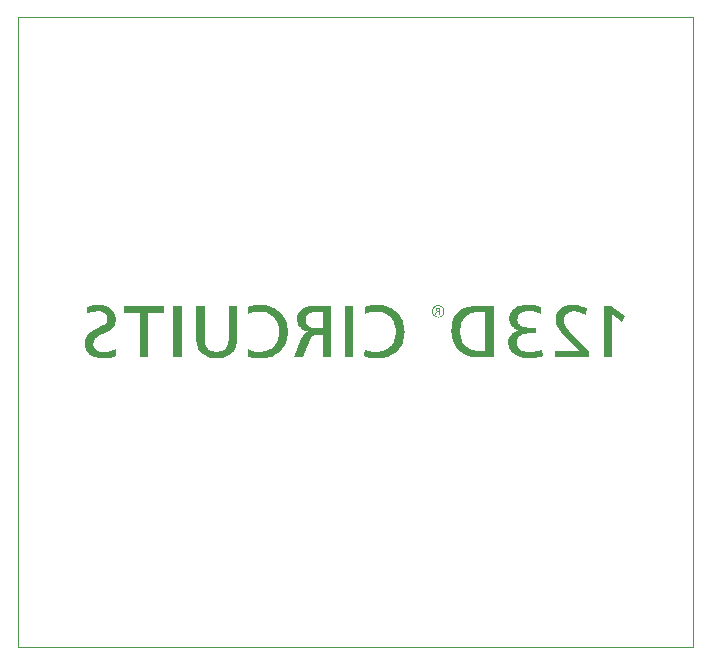
<source format=gbo>
G75*
G71*
%OFA0B0*%
%FSLAX23Y23*%
%IPPOS*%
%LPD*%
%ADD10C,0.1*%
%LPD*%D10*
X0Y0D02*
X0Y100D01*
X0Y200D01*
X0Y300D01*
X0Y400D01*
X0Y499D01*
X0Y599D01*
X0Y699D01*
X0Y799D01*
X0Y899D01*
X0Y999D01*
X0Y1099D01*
X0Y1199D01*
X0Y1299D01*
X0Y1398D01*
X0Y1498D01*
X0Y1598D01*
X0Y1698D01*
X0Y1798D01*
X0Y1898D01*
X0Y1998D01*
X0Y2098D01*
X0Y2198D01*
X0Y2297D01*
X0Y2397D01*
X0Y2497D01*
X0Y2597D01*
X0Y2697D01*
X0Y2797D01*
X0Y2897D01*
X0Y2997D01*
X0Y3097D01*
X0Y3196D01*
X0Y3296D01*
X0Y3396D01*
X0Y3496D01*
X0Y3596D01*
X0Y3696D01*
X0Y3796D01*
X0Y3896D01*
X0Y3995D01*
X0Y4095D01*
X0Y4195D01*
X0Y4295D01*
X0Y4395D01*
X0Y4495D01*
X0Y4595D01*
X0Y4695D01*
X0Y4795D01*
X0Y4894D01*
X0Y4994D01*
X0Y5094D01*
X0Y5194D01*
X0Y5294D01*
X0Y5394D01*
X0Y5494D01*
X0Y5594D01*
X0Y5694D01*
X0Y5793D01*
X0Y5893D01*
X0Y5993D01*
X0Y6093D01*
X0Y6193D01*
X0Y6293D01*
X0Y6393D01*
X0Y6493D01*
X0Y6593D01*
X0Y6692D01*
X0Y6792D01*
X0Y6892D01*
X0Y6992D01*
X0Y7092D01*
X0Y7192D01*
X0Y7292D01*
X0Y7392D01*
X0Y7492D01*
X0Y7591D01*
X0Y7691D01*
X0Y7791D01*
X0Y7891D01*
X0Y7991D01*
X0Y8091D01*
X0Y8191D01*
X0Y8291D01*
X0Y8391D01*
X0Y8490D01*
X0Y8590D01*
X0Y8690D01*
X0Y8790D01*
X0Y8890D01*
X0Y8990D01*
X0Y9090D01*
X0Y9190D01*
X0Y9290D01*
X0Y9389D01*
X0Y9489D01*
X0Y9589D01*
X0Y9689D01*
X0Y9789D01*
X0Y9889D01*
X0Y9989D01*
X0Y10089D01*
X0Y10188D01*
X0Y10288D01*
X0Y10388D01*
X0Y10488D01*
X0Y10588D01*
X0Y10688D01*
X0Y10788D01*
X0Y10888D01*
X0Y10988D01*
X0Y11087D01*
X0Y11187D01*
X0Y11287D01*
X0Y11387D01*
X0Y11487D01*
X0Y11587D01*
X0Y11687D01*
X0Y11787D01*
X0Y11887D01*
X0Y11986D01*
X0Y12086D01*
X0Y12186D01*
X0Y12286D01*
X0Y12386D01*
X0Y12486D01*
X0Y12586D01*
X0Y12686D01*
X0Y12786D01*
X0Y12885D01*
X0Y12985D01*
X0Y13085D01*
X0Y13185D01*
X0Y13285D01*
X0Y13385D01*
X0Y13485D01*
X0Y13585D01*
X0Y13685D01*
X0Y13784D01*
X0Y13884D01*
X0Y13984D01*
X0Y14084D01*
X0Y14184D01*
X0Y14284D01*
X0Y14384D01*
X0Y14484D01*
X0Y14584D01*
X0Y14683D01*
X0Y14783D01*
X0Y14883D01*
X0Y14983D01*
X0Y15083D01*
X0Y15183D01*
X0Y15283D01*
X0Y15383D01*
X0Y15483D01*
X0Y15582D01*
X0Y15682D01*
X0Y15782D01*
X0Y15882D01*
X0Y15982D01*
X0Y16082D01*
X0Y16182D01*
X0Y16282D01*
X0Y16381D01*
X0Y16481D01*
X0Y16581D01*
X0Y16681D01*
X0Y16781D01*
X0Y16881D01*
X0Y16981D01*
X0Y17081D01*
X0Y17181D01*
X0Y17280D01*
X0Y17380D01*
X0Y17480D01*
X0Y17580D01*
X0Y17680D01*
X0Y17780D01*
X0Y17880D01*
X0Y17980D01*
X0Y18080D01*
X0Y18179D01*
X0Y18279D01*
X0Y18379D01*
X0Y18479D01*
X0Y18579D01*
X0Y18679D01*
X0Y18779D01*
X0Y18879D01*
X0Y18979D01*
X0Y19078D01*
X0Y19178D01*
X0Y19278D01*
X0Y19378D01*
X0Y19478D01*
X0Y19578D01*
X0Y19678D01*
X0Y19778D01*
X0Y19878D01*
X0Y19977D01*
X0Y20077D01*
X0Y20177D01*
X0Y20277D01*
X0Y20377D01*
X0Y20477D01*
X0Y20577D01*
X0Y20677D01*
X0Y20777D01*
X0Y20876D01*
X0Y20976D01*
X0Y21076D01*
X0Y21176D01*
X0Y21276D01*
X0Y21376D01*
X0Y21476D01*
X0Y21576D01*
X0Y21676D01*
X0Y21775D01*
X0Y21875D01*
X0Y21975D01*
X0Y22075D01*
X0Y22175D01*
X0Y22275D01*
X0Y22375D01*
X0Y22475D01*
X0Y22575D01*
X0Y22674D01*
X0Y22774D01*
X0Y22874D01*
X0Y22974D01*
X0Y23074D01*
X0Y23174D01*
X0Y23274D01*
X0Y23374D01*
X0Y23473D01*
X0Y23573D01*
X0Y23673D01*
X0Y23773D01*
X0Y23873D01*
X0Y23973D01*
X0Y24073D01*
X0Y24173D01*
X0Y24273D01*
X0Y24372D01*
X0Y24472D01*
X0Y24572D01*
X0Y24672D01*
X0Y24772D01*
X0Y24872D01*
X0Y24972D01*
X0Y25072D01*
X0Y25172D01*
X0Y25271D01*
X0Y25371D01*
X0Y25471D01*
X0Y25571D01*
X0Y25671D01*
X0Y25771D01*
X0Y25871D01*
X0Y25971D01*
X0Y26071D01*
X0Y26170D01*
X0Y26270D01*
X0Y26370D01*
X0Y26470D01*
X0Y26570D01*
X0Y26670D01*
X0Y26770D01*
X0Y26870D01*
X0Y26970D01*
X0Y27069D01*
X0Y27169D01*
X0Y27269D01*
X0Y27369D01*
X0Y27469D01*
X0Y27569D01*
X0Y27669D01*
X0Y27769D01*
X0Y27869D01*
X0Y27968D01*
X0Y28068D01*
X0Y28168D01*
X0Y28268D01*
X0Y28368D01*
X0Y28468D01*
X0Y28568D01*
X0Y28668D01*
X0Y28768D01*
X0Y28867D01*
X0Y28967D01*
X0Y29067D01*
X0Y29167D01*
X0Y29267D01*
X0Y29367D01*
X0Y29467D01*
X0Y29567D01*
X0Y29667D01*
X0Y29766D01*
X0Y29866D01*
X0Y29966D01*
X0Y30066D01*
X0Y30166D01*
X0Y30266D01*
X0Y30366D01*
X0Y30466D01*
X0Y30565D01*
X0Y30665D01*
X0Y30765D01*
X0Y30865D01*
X0Y30965D01*
X0Y31065D01*
X0Y31165D01*
X0Y31265D01*
X0Y31365D01*
X0Y31464D01*
X0Y31564D01*
X0Y31664D01*
X0Y31764D01*
X0Y31864D01*
X0Y31964D01*
X0Y32064D01*
X0Y32164D01*
X0Y32264D01*
X0Y32363D01*
X0Y32463D01*
X0Y32563D01*
X0Y32663D01*
X0Y32763D01*
X0Y32863D01*
X0Y32963D01*
X0Y33063D01*
X0Y33163D01*
X0Y33262D01*
X0Y33362D01*
X0Y33462D01*
X0Y33562D01*
X0Y33662D01*
X0Y33762D01*
X0Y33862D01*
X0Y33962D01*
X0Y34062D01*
X0Y34161D01*
X0Y34261D01*
X0Y34361D01*
X0Y34461D01*
X0Y34561D01*
X0Y34661D01*
X0Y34761D01*
X0Y34861D01*
X0Y34961D01*
X0Y35060D01*
X0Y35160D01*
X0Y35260D01*
X0Y35360D01*
X0Y35460D01*
X0Y35560D01*
X0Y35660D01*
X0Y35760D01*
X0Y35860D01*
X0Y35959D01*
X0Y36059D01*
X0Y36159D01*
X0Y36259D01*
X0Y36359D01*
X0Y36459D01*
X0Y36559D01*
X0Y36659D01*
X0Y36759D01*
X0Y36858D01*
X0Y36958D01*
X0Y37058D01*
X0Y37158D01*
X0Y37258D01*
X0Y37358D01*
X0Y37458D01*
X0Y37558D01*
X0Y37658D01*
X0Y37757D01*
X0Y37857D01*
X0Y37957D01*
X0Y38057D01*
X0Y38157D01*
X0Y38257D01*
X0Y38357D01*
X0Y38457D01*
X0Y38556D01*
X0Y38656D01*
X0Y38756D01*
X0Y38856D01*
X0Y38956D01*
X0Y39056D01*
X0Y39156D01*
X0Y39256D01*
X0Y39356D01*
X0Y39455D01*
X0Y39555D01*
X0Y39655D01*
X0Y39755D01*
X0Y39855D01*
X0Y39955D01*
X0Y40055D01*
X0Y40155D01*
X0Y40255D01*
X0Y40354D01*
X0Y40454D01*
X0Y40554D01*
X0Y40654D01*
X0Y40754D01*
X0Y40854D01*
X0Y40954D01*
X0Y41054D01*
X0Y41154D01*
X0Y41253D01*
X0Y41353D01*
X0Y41453D01*
X0Y41553D01*
X0Y41653D01*
X0Y41753D01*
X0Y41853D01*
X0Y41953D01*
X0Y42053D01*
X0Y42152D01*
X0Y42252D01*
X0Y42352D01*
X0Y42452D01*
X0Y42552D01*
X0Y42652D01*
X0Y42752D01*
X0Y42852D01*
X0Y42952D01*
X0Y43051D01*
X0Y43151D01*
X0Y43251D01*
X0Y43351D01*
X0Y43451D01*
X0Y43551D01*
X0Y43651D01*
X0Y43751D01*
X0Y43851D01*
X0Y43950D01*
X0Y44050D01*
X0Y44150D01*
X0Y44250D01*
X0Y44350D01*
X0Y44450D01*
X0Y44550D01*
X0Y44650D01*
X0Y44750D01*
X0Y44849D01*
X0Y44949D01*
X0Y45049D01*
X0Y45149D01*
X0Y45249D01*
X0Y45349D01*
X0Y45449D01*
X0Y45549D01*
X0Y45649D01*
X0Y45748D01*
X0Y45848D01*
X0Y45948D01*
X0Y46048D01*
X0Y46148D01*
X0Y46248D01*
X0Y46348D01*
X0Y46448D01*
X0Y46548D01*
X0Y46647D01*
X0Y46747D01*
X0Y46847D01*
X0Y46947D01*
X0Y47047D01*
X0Y47147D01*
X0Y47247D01*
X0Y47347D01*
X0Y47447D01*
X0Y47546D01*
X0Y47646D01*
X0Y47746D01*
X0Y47846D01*
X0Y47946D01*
X0Y48046D01*
X0Y48146D01*
X0Y48246D01*
X0Y48346D01*
X0Y48445D01*
X0Y48545D01*
X0Y48645D01*
X0Y48745D01*
X0Y48845D01*
X0Y48945D01*
X0Y49045D01*
X0Y49145D01*
X0Y49244D01*
X0Y49344D01*
X0Y49444D01*
X0Y49544D01*
X0Y49644D01*
X0Y49744D01*
X0Y49844D01*
X0Y49944D01*
X0Y50044D01*
X0Y50143D01*
X0Y50243D01*
X0Y50343D01*
X0Y50443D01*
X0Y50543D01*
X0Y50643D01*
X0Y50743D01*
X0Y50843D01*
X0Y50943D01*
X0Y51043D01*
X0Y51142D01*
X0Y51242D01*
X0Y51342D01*
X0Y51442D01*
X0Y51542D01*
X0Y51642D01*
X0Y51742D01*
X0Y51842D01*
X0Y51942D01*
X0Y52041D01*
X0Y52141D01*
X0Y52241D01*
X0Y52341D01*
X0Y52441D01*
X0Y52541D01*
X0Y52641D01*
X0Y52741D01*
X0Y52841D01*
X0Y52940D01*
X0Y53040D01*
X0Y53140D01*
X0Y53240D01*
X0Y53340D01*
X100Y53340D01*
X200Y53340D01*
X300Y53340D01*
X400Y53340D01*
X500Y53340D01*
X599Y53340D01*
X699Y53340D01*
X799Y53340D01*
X899Y53340D01*
X999Y53340D01*
X1099Y53340D01*
X1199Y53340D01*
X1299Y53340D01*
X1399Y53340D01*
X1499Y53340D01*
X1599Y53340D01*
X1699Y53340D01*
X1798Y53340D01*
X1898Y53340D01*
X1998Y53340D01*
X2098Y53340D01*
X2198Y53340D01*
X2298Y53340D01*
X2398Y53340D01*
X2498Y53340D01*
X2598Y53340D01*
X2698Y53340D01*
X2798Y53340D01*
X2897Y53340D01*
X2997Y53340D01*
X3097Y53340D01*
X3197Y53340D01*
X3297Y53340D01*
X3397Y53340D01*
X3497Y53340D01*
X3597Y53340D01*
X3697Y53340D01*
X3797Y53340D01*
X3897Y53340D01*
X3996Y53340D01*
X4096Y53340D01*
X4196Y53340D01*
X4296Y53340D01*
X4396Y53340D01*
X4496Y53340D01*
X4596Y53340D01*
X4696Y53340D01*
X4796Y53340D01*
X4896Y53340D01*
X4996Y53340D01*
X5096Y53340D01*
X5195Y53340D01*
X5295Y53340D01*
X5395Y53340D01*
X5495Y53340D01*
X5595Y53340D01*
X5695Y53340D01*
X5795Y53340D01*
X5895Y53340D01*
X5995Y53340D01*
X6095Y53340D01*
X6195Y53340D01*
X6294Y53340D01*
X6394Y53340D01*
X6494Y53340D01*
X6594Y53340D01*
X6694Y53340D01*
X6794Y53340D01*
X6894Y53340D01*
X6994Y53340D01*
X7094Y53340D01*
X7194Y53340D01*
X7294Y53340D01*
X7393Y53340D01*
X7493Y53340D01*
X7593Y53340D01*
X7693Y53340D01*
X7793Y53340D01*
X7893Y53340D01*
X7993Y53340D01*
X8093Y53340D01*
X8193Y53340D01*
X8293Y53340D01*
X8393Y53340D01*
X8493Y53340D01*
X8592Y53340D01*
X8692Y53340D01*
X8792Y53340D01*
X8892Y53340D01*
X8992Y53340D01*
X9092Y53340D01*
X9192Y53340D01*
X9292Y53340D01*
X9392Y53340D01*
X9492Y53340D01*
X9592Y53340D01*
X9691Y53340D01*
X9791Y53340D01*
X9891Y53340D01*
X9991Y53340D01*
X10091Y53340D01*
X10191Y53340D01*
X10291Y53340D01*
X10391Y53340D01*
X10491Y53340D01*
X10591Y53340D01*
X10691Y53340D01*
X10791Y53340D01*
X10890Y53340D01*
X10990Y53340D01*
X11090Y53340D01*
X11190Y53340D01*
X11290Y53340D01*
X11390Y53340D01*
X11490Y53340D01*
X11590Y53340D01*
X11690Y53340D01*
X11790Y53340D01*
X11890Y53340D01*
X11989Y53340D01*
X12089Y53340D01*
X12189Y53340D01*
X12289Y53340D01*
X12389Y53340D01*
X12489Y53340D01*
X12589Y53340D01*
X12689Y53340D01*
X12789Y53340D01*
X12889Y53340D01*
X12989Y53340D01*
X13088Y53340D01*
X13188Y53340D01*
X13288Y53340D01*
X13388Y53340D01*
X13488Y53340D01*
X13588Y53340D01*
X13688Y53340D01*
X13788Y53340D01*
X13888Y53340D01*
X13988Y53340D01*
X14088Y53340D01*
X14188Y53340D01*
X14287Y53340D01*
X14387Y53340D01*
X14487Y53340D01*
X14587Y53340D01*
X14687Y53340D01*
X14787Y53340D01*
X14887Y53340D01*
X14987Y53340D01*
X15087Y53340D01*
X15187Y53340D01*
X15287Y53340D01*
X15386Y53340D01*
X15486Y53340D01*
X15586Y53340D01*
X15686Y53340D01*
X15786Y53340D01*
X15886Y53340D01*
X15986Y53340D01*
X16086Y53340D01*
X16186Y53340D01*
X16286Y53340D01*
X16386Y53340D01*
X16485Y53340D01*
X16585Y53340D01*
X16685Y53340D01*
X16785Y53340D01*
X16885Y53340D01*
X16985Y53340D01*
X17085Y53340D01*
X17185Y53340D01*
X17285Y53340D01*
X17385Y53340D01*
X17485Y53340D01*
X17585Y53340D01*
X17684Y53340D01*
X17784Y53340D01*
X17884Y53340D01*
X17984Y53340D01*
X18084Y53340D01*
X18184Y53340D01*
X18284Y53340D01*
X18384Y53340D01*
X18484Y53340D01*
X18584Y53340D01*
X18684Y53340D01*
X18783Y53340D01*
X18883Y53340D01*
X18983Y53340D01*
X19083Y53340D01*
X19183Y53340D01*
X19283Y53340D01*
X19383Y53340D01*
X19483Y53340D01*
X19583Y53340D01*
X19683Y53340D01*
X19783Y53340D01*
X19883Y53340D01*
X19982Y53340D01*
X20082Y53340D01*
X20182Y53340D01*
X20282Y53340D01*
X20382Y53340D01*
X20482Y53340D01*
X20582Y53340D01*
X20682Y53340D01*
X20782Y53340D01*
X20882Y53340D01*
X20982Y53340D01*
X21081Y53340D01*
X21181Y53340D01*
X21281Y53340D01*
X21381Y53340D01*
X21481Y53340D01*
X21581Y53340D01*
X21681Y53340D01*
X21781Y53340D01*
X21881Y53340D01*
X21981Y53340D01*
X22081Y53340D01*
X22180Y53340D01*
X22280Y53340D01*
X22380Y53340D01*
X22480Y53340D01*
X22580Y53340D01*
X22680Y53340D01*
X22780Y53340D01*
X22880Y53340D01*
X22980Y53340D01*
X23080Y53340D01*
X23180Y53340D01*
X23280Y53340D01*
X23379Y53340D01*
X23479Y53340D01*
X23579Y53340D01*
X23679Y53340D01*
X23779Y53340D01*
X23879Y53340D01*
X23979Y53340D01*
X24079Y53340D01*
X24179Y53340D01*
X24279Y53340D01*
X24379Y53340D01*
X24478Y53340D01*
X24578Y53340D01*
X24678Y53340D01*
X24778Y53340D01*
X24878Y53340D01*
X24978Y53340D01*
X25078Y53340D01*
X25178Y53340D01*
X25278Y53340D01*
X25378Y53340D01*
X25478Y53340D01*
X25578Y53340D01*
X25677Y53340D01*
X25777Y53340D01*
X25877Y53340D01*
X25977Y53340D01*
X26077Y53340D01*
X26177Y53340D01*
X26277Y53340D01*
X26377Y53340D01*
X26477Y53340D01*
X26577Y53340D01*
X26677Y53340D01*
X26776Y53340D01*
X26876Y53340D01*
X26976Y53340D01*
X27076Y53340D01*
X27176Y53340D01*
X27276Y53340D01*
X27376Y53340D01*
X27476Y53340D01*
X27576Y53340D01*
X27676Y53340D01*
X27776Y53340D01*
X27875Y53340D01*
X27975Y53340D01*
X28075Y53340D01*
X28175Y53340D01*
X28275Y53340D01*
X28375Y53340D01*
X28475Y53340D01*
X28575Y53340D01*
X28675Y53340D01*
X28775Y53340D01*
X28875Y53340D01*
X28975Y53340D01*
X29074Y53340D01*
X29174Y53340D01*
X29274Y53340D01*
X29374Y53340D01*
X29474Y53340D01*
X29574Y53340D01*
X29674Y53340D01*
X29774Y53340D01*
X29874Y53340D01*
X29974Y53340D01*
X30074Y53340D01*
X30173Y53340D01*
X30273Y53340D01*
X30373Y53340D01*
X30473Y53340D01*
X30573Y53340D01*
X30673Y53340D01*
X30773Y53340D01*
X30873Y53340D01*
X30973Y53340D01*
X31073Y53340D01*
X31173Y53340D01*
X31273Y53340D01*
X31372Y53340D01*
X31472Y53340D01*
X31572Y53340D01*
X31672Y53340D01*
X31772Y53340D01*
X31872Y53340D01*
X31972Y53340D01*
X32072Y53340D01*
X32172Y53340D01*
X32272Y53340D01*
X32372Y53340D01*
X32471Y53340D01*
X32571Y53340D01*
X32671Y53340D01*
X32771Y53340D01*
X32871Y53340D01*
X32971Y53340D01*
X33071Y53340D01*
X33171Y53340D01*
X33271Y53340D01*
X33371Y53340D01*
X33471Y53340D01*
X33571Y53340D01*
X33670Y53340D01*
X33770Y53340D01*
X33870Y53340D01*
X33970Y53340D01*
X34070Y53340D01*
X34170Y53340D01*
X34270Y53340D01*
X34370Y53340D01*
X34470Y53340D01*
X34570Y53340D01*
X34670Y53340D01*
X34769Y53340D01*
X34869Y53340D01*
X34969Y53340D01*
X35069Y53340D01*
X35169Y53340D01*
X35269Y53340D01*
X35369Y53340D01*
X35469Y53340D01*
X35569Y53340D01*
X35669Y53340D01*
X35769Y53340D01*
X35868Y53340D01*
X35968Y53340D01*
X36068Y53340D01*
X36168Y53340D01*
X36268Y53340D01*
X36368Y53340D01*
X36468Y53340D01*
X36568Y53340D01*
X36668Y53340D01*
X36768Y53340D01*
X36868Y53340D01*
X36968Y53340D01*
X37067Y53340D01*
X37167Y53340D01*
X37267Y53340D01*
X37367Y53340D01*
X37467Y53340D01*
X37567Y53340D01*
X37667Y53340D01*
X37767Y53340D01*
X37867Y53340D01*
X37967Y53340D01*
X38067Y53340D01*
X38166Y53340D01*
X38266Y53340D01*
X38366Y53340D01*
X38466Y53340D01*
X38566Y53340D01*
X38666Y53340D01*
X38766Y53340D01*
X38866Y53340D01*
X38966Y53340D01*
X39066Y53340D01*
X39166Y53340D01*
X39265Y53340D01*
X39365Y53340D01*
X39465Y53340D01*
X39565Y53340D01*
X39665Y53340D01*
X39765Y53340D01*
X39865Y53340D01*
X39965Y53340D01*
X40065Y53340D01*
X40165Y53340D01*
X40265Y53340D01*
X40365Y53340D01*
X40464Y53340D01*
X40564Y53340D01*
X40664Y53340D01*
X40764Y53340D01*
X40864Y53340D01*
X40964Y53340D01*
X41064Y53340D01*
X41164Y53340D01*
X41264Y53340D01*
X41364Y53340D01*
X41464Y53340D01*
X41563Y53340D01*
X41663Y53340D01*
X41763Y53340D01*
X41863Y53340D01*
X41963Y53340D01*
X42063Y53340D01*
X42163Y53340D01*
X42263Y53340D01*
X42363Y53340D01*
X42463Y53340D01*
X42563Y53340D01*
X42663Y53340D01*
X42762Y53340D01*
X42862Y53340D01*
X42962Y53340D01*
X43062Y53340D01*
X43162Y53340D01*
X43262Y53340D01*
X43362Y53340D01*
X43462Y53340D01*
X43562Y53340D01*
X43662Y53340D01*
X43762Y53340D01*
X43861Y53340D01*
X43961Y53340D01*
X44061Y53340D01*
X44161Y53340D01*
X44261Y53340D01*
X44361Y53340D01*
X44461Y53340D01*
X44561Y53340D01*
X44661Y53340D01*
X44761Y53340D01*
X44861Y53340D01*
X44961Y53340D01*
X45060Y53340D01*
X45160Y53340D01*
X45260Y53340D01*
X45360Y53340D01*
X45460Y53340D01*
X45560Y53340D01*
X45660Y53340D01*
X45760Y53340D01*
X45860Y53340D01*
X45960Y53340D01*
X46060Y53340D01*
X46159Y53340D01*
X46259Y53340D01*
X46359Y53340D01*
X46459Y53340D01*
X46559Y53340D01*
X46659Y53340D01*
X46759Y53340D01*
X46859Y53340D01*
X46959Y53340D01*
X47059Y53340D01*
X47159Y53340D01*
X47259Y53340D01*
X47358Y53340D01*
X47458Y53340D01*
X47558Y53340D01*
X47658Y53340D01*
X47758Y53340D01*
X47858Y53340D01*
X47958Y53340D01*
X48058Y53340D01*
X48158Y53340D01*
X48258Y53340D01*
X48358Y53340D01*
X48457Y53340D01*
X48557Y53340D01*
X48657Y53340D01*
X48757Y53340D01*
X48857Y53340D01*
X48957Y53340D01*
X49057Y53340D01*
X49157Y53340D01*
X49257Y53340D01*
X49357Y53340D01*
X49457Y53340D01*
X49557Y53340D01*
X49656Y53340D01*
X49756Y53340D01*
X49856Y53340D01*
X49956Y53340D01*
X50056Y53340D01*
X50156Y53340D01*
X50256Y53340D01*
X50356Y53340D01*
X50456Y53340D01*
X50556Y53340D01*
X50656Y53340D01*
X50755Y53340D01*
X50855Y53340D01*
X50955Y53340D01*
X51055Y53340D01*
X51155Y53340D01*
X51255Y53340D01*
X51355Y53340D01*
X51455Y53340D01*
X51555Y53340D01*
X51655Y53340D01*
X51755Y53340D01*
X51855Y53340D01*
X51954Y53340D01*
X52054Y53340D01*
X52154Y53340D01*
X52254Y53340D01*
X52354Y53340D01*
X52454Y53340D01*
X52554Y53340D01*
X52654Y53340D01*
X52754Y53340D01*
X52854Y53340D01*
X52954Y53340D01*
X53053Y53340D01*
X53153Y53340D01*
X53253Y53340D01*
X53353Y53340D01*
X53453Y53340D01*
X53553Y53340D01*
X53653Y53340D01*
X53753Y53340D01*
X53853Y53340D01*
X53953Y53340D01*
X54053Y53340D01*
X54153Y53340D01*
X54252Y53340D01*
X54352Y53340D01*
X54452Y53340D01*
X54552Y53340D01*
X54652Y53340D01*
X54752Y53340D01*
X54852Y53340D01*
X54952Y53340D01*
X55052Y53340D01*
X55152Y53340D01*
X55252Y53340D01*
X55351Y53340D01*
X55451Y53340D01*
X55551Y53340D01*
X55651Y53340D01*
X55751Y53340D01*
X55851Y53340D01*
X55951Y53340D01*
X56051Y53340D01*
X56151Y53340D01*
X56251Y53340D01*
X56351Y53340D01*
X56451Y53340D01*
X56550Y53340D01*
X56650Y53340D01*
X56750Y53340D01*
X56850Y53340D01*
X56950Y53340D01*
X57050Y53340D01*
X57150Y53340D01*
X57150Y53240D01*
X57150Y53140D01*
X57150Y53040D01*
X57150Y52940D01*
X57150Y52841D01*
X57150Y52741D01*
X57150Y52641D01*
X57150Y52541D01*
X57150Y52441D01*
X57150Y52341D01*
X57150Y52241D01*
X57150Y52141D01*
X57150Y52041D01*
X57150Y51942D01*
X57150Y51842D01*
X57150Y51742D01*
X57150Y51642D01*
X57150Y51542D01*
X57150Y51442D01*
X57150Y51342D01*
X57150Y51242D01*
X57150Y51142D01*
X57150Y51043D01*
X57150Y50943D01*
X57150Y50843D01*
X57150Y50743D01*
X57150Y50643D01*
X57150Y50543D01*
X57150Y50443D01*
X57150Y50343D01*
X57150Y50243D01*
X57150Y50144D01*
X57150Y50044D01*
X57150Y49944D01*
X57150Y49844D01*
X57150Y49744D01*
X57150Y49644D01*
X57150Y49544D01*
X57150Y49444D01*
X57150Y49345D01*
X57150Y49245D01*
X57150Y49145D01*
X57150Y49045D01*
X57150Y48945D01*
X57150Y48845D01*
X57150Y48745D01*
X57150Y48645D01*
X57150Y48545D01*
X57150Y48446D01*
X57150Y48346D01*
X57150Y48246D01*
X57150Y48146D01*
X57150Y48046D01*
X57150Y47946D01*
X57150Y47846D01*
X57150Y47746D01*
X57150Y47646D01*
X57150Y47547D01*
X57150Y47447D01*
X57150Y47347D01*
X57150Y47247D01*
X57150Y47147D01*
X57150Y47047D01*
X57150Y46947D01*
X57150Y46847D01*
X57150Y46747D01*
X57150Y46648D01*
X57150Y46548D01*
X57150Y46448D01*
X57150Y46348D01*
X57150Y46248D01*
X57150Y46148D01*
X57150Y46048D01*
X57150Y45948D01*
X57150Y45848D01*
X57150Y45749D01*
X57150Y45649D01*
X57150Y45549D01*
X57150Y45449D01*
X57150Y45349D01*
X57150Y45249D01*
X57150Y45149D01*
X57150Y45049D01*
X57150Y44949D01*
X57150Y44850D01*
X57150Y44750D01*
X57150Y44650D01*
X57150Y44550D01*
X57150Y44450D01*
X57150Y44350D01*
X57150Y44250D01*
X57150Y44150D01*
X57150Y44050D01*
X57150Y43951D01*
X57150Y43851D01*
X57150Y43751D01*
X57150Y43651D01*
X57150Y43551D01*
X57150Y43451D01*
X57150Y43351D01*
X57150Y43251D01*
X57150Y43152D01*
X57150Y43052D01*
X57150Y42952D01*
X57150Y42852D01*
X57150Y42752D01*
X57150Y42652D01*
X57150Y42552D01*
X57150Y42452D01*
X57150Y42352D01*
X57150Y42253D01*
X57150Y42153D01*
X57150Y42053D01*
X57150Y41953D01*
X57150Y41853D01*
X57150Y41753D01*
X57150Y41653D01*
X57150Y41553D01*
X57150Y41453D01*
X57150Y41354D01*
X57150Y41254D01*
X57150Y41154D01*
X57150Y41054D01*
X57150Y40954D01*
X57150Y40854D01*
X57150Y40754D01*
X57150Y40654D01*
X57150Y40554D01*
X57150Y40455D01*
X57150Y40355D01*
X57150Y40255D01*
X57150Y40155D01*
X57150Y40055D01*
X57150Y39955D01*
X57150Y39855D01*
X57150Y39755D01*
X57150Y39655D01*
X57150Y39556D01*
X57150Y39456D01*
X57150Y39356D01*
X57150Y39256D01*
X57150Y39156D01*
X57150Y39056D01*
X57150Y38956D01*
X57150Y38856D01*
X57150Y38756D01*
X57150Y38657D01*
X57150Y38557D01*
X57150Y38457D01*
X57150Y38357D01*
X57150Y38257D01*
X57150Y38157D01*
X57150Y38057D01*
X57150Y37957D01*
X57150Y37857D01*
X57150Y37758D01*
X57150Y37658D01*
X57150Y37558D01*
X57150Y37458D01*
X57150Y37358D01*
X57150Y37258D01*
X57150Y37158D01*
X57150Y37058D01*
X57150Y36959D01*
X57150Y36859D01*
X57150Y36759D01*
X57150Y36659D01*
X57150Y36559D01*
X57150Y36459D01*
X57150Y36359D01*
X57150Y36259D01*
X57150Y36159D01*
X57150Y36060D01*
X57150Y35960D01*
X57150Y35860D01*
X57150Y35760D01*
X57150Y35660D01*
X57150Y35560D01*
X57150Y35460D01*
X57150Y35360D01*
X57150Y35260D01*
X57150Y35161D01*
X57150Y35061D01*
X57150Y34961D01*
X57150Y34861D01*
X57150Y34761D01*
X57150Y34661D01*
X57150Y34561D01*
X57150Y34461D01*
X57150Y34361D01*
X57150Y34262D01*
X57150Y34162D01*
X57150Y34062D01*
X57150Y33962D01*
X57150Y33862D01*
X57150Y33762D01*
X57150Y33662D01*
X57150Y33562D01*
X57150Y33462D01*
X57150Y33363D01*
X57150Y33263D01*
X57150Y33163D01*
X57150Y33063D01*
X57150Y32963D01*
X57150Y32863D01*
X57150Y32763D01*
X57150Y32663D01*
X57150Y32563D01*
X57150Y32464D01*
X57150Y32364D01*
X57150Y32264D01*
X57150Y32164D01*
X57150Y32064D01*
X57150Y31964D01*
X57150Y31864D01*
X57150Y31764D01*
X57150Y31664D01*
X57150Y31565D01*
X57150Y31465D01*
X57150Y31365D01*
X57150Y31265D01*
X57150Y31165D01*
X57150Y31065D01*
X57150Y30965D01*
X57150Y30865D01*
X57150Y30765D01*
X57150Y30666D01*
X57150Y30566D01*
X57150Y30466D01*
X57150Y30366D01*
X57150Y30266D01*
X57150Y30166D01*
X57150Y30066D01*
X57150Y29966D01*
X57150Y29867D01*
X57150Y29767D01*
X57150Y29667D01*
X57150Y29567D01*
X57150Y29467D01*
X57150Y29367D01*
X57150Y29267D01*
X57150Y29167D01*
X57150Y29067D01*
X57150Y28968D01*
X57150Y28868D01*
X57150Y28768D01*
X57150Y28668D01*
X57150Y28568D01*
X57150Y28468D01*
X57150Y28368D01*
X57150Y28268D01*
X57150Y28168D01*
X57150Y28069D01*
X57150Y27969D01*
X57150Y27869D01*
X57150Y27769D01*
X57150Y27669D01*
X57150Y27569D01*
X57150Y27469D01*
X57150Y27369D01*
X57150Y27269D01*
X57150Y27170D01*
X57150Y27070D01*
X57150Y26970D01*
X57150Y26870D01*
X57150Y26770D01*
X57150Y26670D01*
X57150Y26570D01*
X57150Y26470D01*
X57150Y26370D01*
X57150Y26271D01*
X57150Y26171D01*
X57150Y26071D01*
X57150Y25971D01*
X57150Y25871D01*
X57150Y25771D01*
X57150Y25671D01*
X57150Y25571D01*
X57150Y25471D01*
X57150Y25372D01*
X57150Y25272D01*
X57150Y25172D01*
X57150Y25072D01*
X57150Y24972D01*
X57150Y24872D01*
X57150Y24772D01*
X57150Y24672D01*
X57150Y24572D01*
X57150Y24473D01*
X57150Y24373D01*
X57150Y24273D01*
X57150Y24173D01*
X57150Y24073D01*
X57150Y23973D01*
X57150Y23873D01*
X57150Y23773D01*
X57150Y23673D01*
X57150Y23574D01*
X57150Y23474D01*
X57150Y23374D01*
X57150Y23274D01*
X57150Y23174D01*
X57150Y23074D01*
X57150Y22974D01*
X57150Y22874D01*
X57150Y22775D01*
X57150Y22675D01*
X57150Y22575D01*
X57150Y22475D01*
X57150Y22375D01*
X57150Y22275D01*
X57150Y22175D01*
X57150Y22075D01*
X57150Y21975D01*
X57150Y21876D01*
X57150Y21776D01*
X57150Y21676D01*
X57150Y21576D01*
X57150Y21476D01*
X57150Y21376D01*
X57150Y21276D01*
X57150Y21176D01*
X57150Y21076D01*
X57150Y20977D01*
X57150Y20877D01*
X57150Y20777D01*
X57150Y20677D01*
X57150Y20577D01*
X57150Y20477D01*
X57150Y20377D01*
X57150Y20277D01*
X57150Y20177D01*
X57150Y20078D01*
X57150Y19978D01*
X57150Y19878D01*
X57150Y19778D01*
X57150Y19678D01*
X57150Y19578D01*
X57150Y19478D01*
X57150Y19378D01*
X57150Y19278D01*
X57150Y19179D01*
X57150Y19079D01*
X57150Y18979D01*
X57150Y18879D01*
X57150Y18779D01*
X57150Y18679D01*
X57150Y18579D01*
X57150Y18479D01*
X57150Y18379D01*
X57150Y18280D01*
X57150Y18180D01*
X57150Y18080D01*
X57150Y17980D01*
X57150Y17880D01*
X57150Y17780D01*
X57150Y17680D01*
X57150Y17580D01*
X57150Y17480D01*
X57150Y17381D01*
X57150Y17281D01*
X57150Y17181D01*
X57150Y17081D01*
X57150Y16981D01*
X57150Y16881D01*
X57150Y16781D01*
X57150Y16681D01*
X57150Y16581D01*
X57150Y16482D01*
X57150Y16382D01*
X57150Y16282D01*
X57150Y16182D01*
X57150Y16082D01*
X57150Y15982D01*
X57150Y15882D01*
X57150Y15782D01*
X57150Y15682D01*
X57150Y15583D01*
X57150Y15483D01*
X57150Y15383D01*
X57150Y15283D01*
X57150Y15183D01*
X57150Y15083D01*
X57150Y14983D01*
X57150Y14883D01*
X57150Y14784D01*
X57150Y14684D01*
X57150Y14584D01*
X57150Y14484D01*
X57150Y14384D01*
X57150Y14284D01*
X57150Y14184D01*
X57150Y14084D01*
X57150Y13984D01*
X57150Y13885D01*
X57150Y13785D01*
X57150Y13685D01*
X57150Y13585D01*
X57150Y13485D01*
X57150Y13385D01*
X57150Y13285D01*
X57150Y13185D01*
X57150Y13085D01*
X57150Y12986D01*
X57150Y12886D01*
X57150Y12786D01*
X57150Y12686D01*
X57150Y12586D01*
X57150Y12486D01*
X57150Y12386D01*
X57150Y12286D01*
X57150Y12186D01*
X57150Y12087D01*
X57150Y11987D01*
X57150Y11887D01*
X57150Y11787D01*
X57150Y11687D01*
X57150Y11587D01*
X57150Y11487D01*
X57150Y11387D01*
X57150Y11287D01*
X57150Y11188D01*
X57150Y11088D01*
X57150Y10988D01*
X57150Y10888D01*
X57150Y10788D01*
X57150Y10688D01*
X57150Y10588D01*
X57150Y10488D01*
X57150Y10388D01*
X57150Y10289D01*
X57150Y10189D01*
X57150Y10089D01*
X57150Y9989D01*
X57150Y9889D01*
X57150Y9789D01*
X57150Y9689D01*
X57150Y9589D01*
X57150Y9489D01*
X57150Y9390D01*
X57150Y9290D01*
X57150Y9190D01*
X57150Y9090D01*
X57150Y8990D01*
X57150Y8890D01*
X57150Y8790D01*
X57150Y8690D01*
X57150Y8590D01*
X57150Y8491D01*
X57150Y8391D01*
X57150Y8291D01*
X57150Y8191D01*
X57150Y8091D01*
X57150Y7991D01*
X57150Y7891D01*
X57150Y7791D01*
X57150Y7691D01*
X57150Y7592D01*
X57150Y7492D01*
X57150Y7392D01*
X57150Y7292D01*
X57150Y7192D01*
X57150Y7092D01*
X57150Y6992D01*
X57150Y6892D01*
X57150Y6792D01*
X57150Y6693D01*
X57150Y6593D01*
X57150Y6493D01*
X57150Y6393D01*
X57150Y6293D01*
X57150Y6193D01*
X57150Y6093D01*
X57150Y5993D01*
X57150Y5893D01*
X57150Y5794D01*
X57150Y5694D01*
X57150Y5594D01*
X57150Y5494D01*
X57150Y5394D01*
X57150Y5294D01*
X57150Y5194D01*
X57150Y5094D01*
X57150Y4994D01*
X57150Y4895D01*
X57150Y4795D01*
X57150Y4695D01*
X57150Y4595D01*
X57150Y4495D01*
X57150Y4395D01*
X57150Y4295D01*
X57150Y4195D01*
X57150Y4096D01*
X57150Y3996D01*
X57150Y3896D01*
X57150Y3796D01*
X57150Y3696D01*
X57150Y3596D01*
X57150Y3496D01*
X57150Y3396D01*
X57150Y3296D01*
X57150Y3197D01*
X57150Y3097D01*
X57150Y2997D01*
X57150Y2897D01*
X57150Y2797D01*
X57150Y2697D01*
X57150Y2597D01*
X57150Y2497D01*
X57150Y2397D01*
X57150Y2297D01*
X57150Y2198D01*
X57150Y2098D01*
X57150Y1998D01*
X57150Y1898D01*
X57150Y1798D01*
X57150Y1698D01*
X57150Y1598D01*
X57150Y1498D01*
X57150Y1398D01*
X57150Y1299D01*
X57150Y1199D01*
X57150Y1099D01*
X57150Y999D01*
X57150Y899D01*
X57150Y799D01*
X57150Y699D01*
X57150Y599D01*
X57150Y499D01*
X57150Y400D01*
X57150Y300D01*
X57150Y200D01*
X57150Y100D01*
X57150Y0D01*
X57050Y0D01*
X56950Y0D01*
X56850Y0D01*
X56750Y0D01*
X56650Y0D01*
X56551Y0D01*
X56451Y0D01*
X56351Y0D01*
X56251Y0D01*
X56151Y0D01*
X56051Y0D01*
X55951Y0D01*
X55851Y0D01*
X55751Y0D01*
X55651Y0D01*
X55551Y0D01*
X55451Y0D01*
X55352Y0D01*
X55252Y0D01*
X55152Y0D01*
X55052Y0D01*
X54952Y0D01*
X54852Y0D01*
X54752Y0D01*
X54652Y0D01*
X54552Y0D01*
X54452Y0D01*
X54352Y0D01*
X54253Y0D01*
X54153Y0D01*
X54053Y0D01*
X53953Y0D01*
X53853Y0D01*
X53753Y0D01*
X53653Y0D01*
X53553Y0D01*
X53453Y0D01*
X53353Y0D01*
X53253Y0D01*
X53154Y0D01*
X53054Y0D01*
X52954Y0D01*
X52854Y0D01*
X52754Y0D01*
X52654Y0D01*
X52554Y0D01*
X52454Y0D01*
X52354Y0D01*
X52254Y0D01*
X52154Y0D01*
X52054Y0D01*
X51955Y0D01*
X51855Y0D01*
X51755Y0D01*
X51655Y0D01*
X51555Y0D01*
X51455Y0D01*
X51355Y0D01*
X51255Y0D01*
X51155Y0D01*
X51055Y0D01*
X50955Y0D01*
X50856Y0D01*
X50756Y0D01*
X50656Y0D01*
X50556Y0D01*
X50456Y0D01*
X50356Y0D01*
X50256Y0D01*
X50156Y0D01*
X50056Y0D01*
X49956Y0D01*
X49856Y0D01*
X49757Y0D01*
X49657Y0D01*
X49557Y0D01*
X49457Y0D01*
X49357Y0D01*
X49257Y0D01*
X49157Y0D01*
X49057Y0D01*
X48957Y0D01*
X48857Y0D01*
X48757Y0D01*
X48657Y0D01*
X48558Y0D01*
X48458Y0D01*
X48358Y0D01*
X48258Y0D01*
X48158Y0D01*
X48058Y0D01*
X47958Y0D01*
X47858Y0D01*
X47758Y0D01*
X47658Y0D01*
X47558Y0D01*
X47459Y0D01*
X47359Y0D01*
X47259Y0D01*
X47159Y0D01*
X47059Y0D01*
X46959Y0D01*
X46859Y0D01*
X46759Y0D01*
X46659Y0D01*
X46559Y0D01*
X46459Y0D01*
X46359Y0D01*
X46260Y0D01*
X46160Y0D01*
X46060Y0D01*
X45960Y0D01*
X45860Y0D01*
X45760Y0D01*
X45660Y0D01*
X45560Y0D01*
X45460Y0D01*
X45360Y0D01*
X45260Y0D01*
X45161Y0D01*
X45061Y0D01*
X44961Y0D01*
X44861Y0D01*
X44761Y0D01*
X44661Y0D01*
X44561Y0D01*
X44461Y0D01*
X44361Y0D01*
X44261Y0D01*
X44161Y0D01*
X44062Y0D01*
X43962Y0D01*
X43862Y0D01*
X43762Y0D01*
X43662Y0D01*
X43562Y0D01*
X43462Y0D01*
X43362Y0D01*
X43262Y0D01*
X43162Y0D01*
X43062Y0D01*
X42962Y0D01*
X42863Y0D01*
X42763Y0D01*
X42663Y0D01*
X42563Y0D01*
X42463Y0D01*
X42363Y0D01*
X42263Y0D01*
X42163Y0D01*
X42063Y0D01*
X41963Y0D01*
X41863Y0D01*
X41764Y0D01*
X41664Y0D01*
X41564Y0D01*
X41464Y0D01*
X41364Y0D01*
X41264Y0D01*
X41164Y0D01*
X41064Y0D01*
X40964Y0D01*
X40864Y0D01*
X40764Y0D01*
X40665Y0D01*
X40565Y0D01*
X40465Y0D01*
X40365Y0D01*
X40265Y0D01*
X40165Y0D01*
X40065Y0D01*
X39965Y0D01*
X39865Y0D01*
X39765Y0D01*
X39665Y0D01*
X39565Y0D01*
X39466Y0D01*
X39366Y0D01*
X39266Y0D01*
X39166Y0D01*
X39066Y0D01*
X38966Y0D01*
X38866Y0D01*
X38766Y0D01*
X38666Y0D01*
X38566Y0D01*
X38466Y0D01*
X38367Y0D01*
X38267Y0D01*
X38167Y0D01*
X38067Y0D01*
X37967Y0D01*
X37867Y0D01*
X37767Y0D01*
X37667Y0D01*
X37567Y0D01*
X37467Y0D01*
X37367Y0D01*
X37267Y0D01*
X37168Y0D01*
X37068Y0D01*
X36968Y0D01*
X36868Y0D01*
X36768Y0D01*
X36668Y0D01*
X36568Y0D01*
X36468Y0D01*
X36368Y0D01*
X36268Y0D01*
X36168Y0D01*
X36069Y0D01*
X35969Y0D01*
X35869Y0D01*
X35769Y0D01*
X35669Y0D01*
X35569Y0D01*
X35469Y0D01*
X35369Y0D01*
X35269Y0D01*
X35169Y0D01*
X35069Y0D01*
X34970Y0D01*
X34870Y0D01*
X34770Y0D01*
X34670Y0D01*
X34570Y0D01*
X34470Y0D01*
X34370Y0D01*
X34270Y0D01*
X34170Y0D01*
X34070Y0D01*
X33970Y0D01*
X33870Y0D01*
X33771Y0D01*
X33671Y0D01*
X33571Y0D01*
X33471Y0D01*
X33371Y0D01*
X33271Y0D01*
X33171Y0D01*
X33071Y0D01*
X32971Y0D01*
X32871Y0D01*
X32771Y0D01*
X32672Y0D01*
X32572Y0D01*
X32472Y0D01*
X32372Y0D01*
X32272Y0D01*
X32172Y0D01*
X32072Y0D01*
X31972Y0D01*
X31872Y0D01*
X31772Y0D01*
X31672Y0D01*
X31572Y0D01*
X31473Y0D01*
X31373Y0D01*
X31273Y0D01*
X31173Y0D01*
X31073Y0D01*
X30973Y0D01*
X30873Y0D01*
X30773Y0D01*
X30673Y0D01*
X30573Y0D01*
X30473Y0D01*
X30374Y0D01*
X30274Y0D01*
X30174Y0D01*
X30074Y0D01*
X29974Y0D01*
X29874Y0D01*
X29774Y0D01*
X29674Y0D01*
X29574Y0D01*
X29474Y0D01*
X29374Y0D01*
X29275Y0D01*
X29175Y0D01*
X29075Y0D01*
X28975Y0D01*
X28875Y0D01*
X28775Y0D01*
X28675Y0D01*
X28575Y0D01*
X28475Y0D01*
X28375Y0D01*
X28275Y0D01*
X28175Y0D01*
X28076Y0D01*
X27976Y0D01*
X27876Y0D01*
X27776Y0D01*
X27676Y0D01*
X27576Y0D01*
X27476Y0D01*
X27376Y0D01*
X27276Y0D01*
X27176Y0D01*
X27076Y0D01*
X26977Y0D01*
X26877Y0D01*
X26777Y0D01*
X26677Y0D01*
X26577Y0D01*
X26477Y0D01*
X26377Y0D01*
X26277Y0D01*
X26177Y0D01*
X26077Y0D01*
X25977Y0D01*
X25877Y0D01*
X25778Y0D01*
X25678Y0D01*
X25578Y0D01*
X25478Y0D01*
X25378Y0D01*
X25278Y0D01*
X25178Y0D01*
X25078Y0D01*
X24978Y0D01*
X24878Y0D01*
X24778Y0D01*
X24679Y0D01*
X24579Y0D01*
X24479Y0D01*
X24379Y0D01*
X24279Y0D01*
X24179Y0D01*
X24079Y0D01*
X23979Y0D01*
X23879Y0D01*
X23779Y0D01*
X23679Y0D01*
X23579Y0D01*
X23480Y0D01*
X23380Y0D01*
X23280Y0D01*
X23180Y0D01*
X23080Y0D01*
X22980Y0D01*
X22880Y0D01*
X22780Y0D01*
X22680Y0D01*
X22580Y0D01*
X22480Y0D01*
X22381Y0D01*
X22281Y0D01*
X22181Y0D01*
X22081Y0D01*
X21981Y0D01*
X21881Y0D01*
X21781Y0D01*
X21681Y0D01*
X21581Y0D01*
X21481Y0D01*
X21381Y0D01*
X21282Y0D01*
X21182Y0D01*
X21082Y0D01*
X20982Y0D01*
X20882Y0D01*
X20782Y0D01*
X20682Y0D01*
X20582Y0D01*
X20482Y0D01*
X20382Y0D01*
X20282Y0D01*
X20182Y0D01*
X20083Y0D01*
X19983Y0D01*
X19883Y0D01*
X19783Y0D01*
X19683Y0D01*
X19583Y0D01*
X19483Y0D01*
X19383Y0D01*
X19283Y0D01*
X19183Y0D01*
X19083Y0D01*
X18984Y0D01*
X18884Y0D01*
X18784Y0D01*
X18684Y0D01*
X18584Y0D01*
X18484Y0D01*
X18384Y0D01*
X18284Y0D01*
X18184Y0D01*
X18084Y0D01*
X17984Y0D01*
X17885Y0D01*
X17785Y0D01*
X17685Y0D01*
X17585Y0D01*
X17485Y0D01*
X17385Y0D01*
X17285Y0D01*
X17185Y0D01*
X17085Y0D01*
X16985Y0D01*
X16885Y0D01*
X16785Y0D01*
X16686Y0D01*
X16586Y0D01*
X16486Y0D01*
X16386Y0D01*
X16286Y0D01*
X16186Y0D01*
X16086Y0D01*
X15986Y0D01*
X15886Y0D01*
X15786Y0D01*
X15686Y0D01*
X15587Y0D01*
X15487Y0D01*
X15387Y0D01*
X15287Y0D01*
X15187Y0D01*
X15087Y0D01*
X14987Y0D01*
X14887Y0D01*
X14787Y0D01*
X14687Y0D01*
X14587Y0D01*
X14487Y0D01*
X14388Y0D01*
X14288Y0D01*
X14188Y0D01*
X14088Y0D01*
X13988Y0D01*
X13888Y0D01*
X13788Y0D01*
X13688Y0D01*
X13588Y0D01*
X13488Y0D01*
X13388Y0D01*
X13289Y0D01*
X13189Y0D01*
X13089Y0D01*
X12989Y0D01*
X12889Y0D01*
X12789Y0D01*
X12689Y0D01*
X12589Y0D01*
X12489Y0D01*
X12389Y0D01*
X12289Y0D01*
X12189Y0D01*
X12090Y0D01*
X11990Y0D01*
X11890Y0D01*
X11790Y0D01*
X11690Y0D01*
X11590Y0D01*
X11490Y0D01*
X11390Y0D01*
X11290Y0D01*
X11190Y0D01*
X11090Y0D01*
X10991Y0D01*
X10891Y0D01*
X10791Y0D01*
X10691Y0D01*
X10591Y0D01*
X10491Y0D01*
X10391Y0D01*
X10291Y0D01*
X10191Y0D01*
X10091Y0D01*
X9991Y0D01*
X9891Y0D01*
X9792Y0D01*
X9692Y0D01*
X9592Y0D01*
X9492Y0D01*
X9392Y0D01*
X9292Y0D01*
X9192Y0D01*
X9092Y0D01*
X8992Y0D01*
X8892Y0D01*
X8792Y0D01*
X8693Y0D01*
X8593Y0D01*
X8493Y0D01*
X8393Y0D01*
X8293Y0D01*
X8193Y0D01*
X8093Y0D01*
X7993Y0D01*
X7893Y0D01*
X7793Y0D01*
X7693Y0D01*
X7593Y0D01*
X7494Y0D01*
X7394Y0D01*
X7294Y0D01*
X7194Y0D01*
X7094Y0D01*
X6994Y0D01*
X6894Y0D01*
X6794Y0D01*
X6694Y0D01*
X6594Y0D01*
X6494Y0D01*
X6395Y0D01*
X6295Y0D01*
X6195Y0D01*
X6095Y0D01*
X5995Y0D01*
X5895Y0D01*
X5795Y0D01*
X5695Y0D01*
X5595Y0D01*
X5495Y0D01*
X5395Y0D01*
X5295Y0D01*
X5196Y0D01*
X5096Y0D01*
X4996Y0D01*
X4896Y0D01*
X4796Y0D01*
X4696Y0D01*
X4596Y0D01*
X4496Y0D01*
X4396Y0D01*
X4296Y0D01*
X4196Y0D01*
X4097Y0D01*
X3997Y0D01*
X3897Y0D01*
X3797Y0D01*
X3697Y0D01*
X3597Y0D01*
X3497Y0D01*
X3397Y0D01*
X3297Y0D01*
X3197Y0D01*
X3097Y0D01*
X2997Y0D01*
X2898Y0D01*
X2798Y0D01*
X2698Y0D01*
X2598Y0D01*
X2498Y0D01*
X2398Y0D01*
X2298Y0D01*
X2198Y0D01*
X2098Y0D01*
X1998Y0D01*
X1898Y0D01*
X1799Y0D01*
X1699Y0D01*
X1599Y0D01*
X1499Y0D01*
X1399Y0D01*
X1299Y0D01*
X1199Y0D01*
X1099Y0D01*
X999Y0D01*
X899Y0D01*
X799Y0D01*
X699Y0D01*
X600Y0D01*
X500Y0D01*
X400Y0D01*
X300Y0D01*
X200Y0D01*
X100Y0D01*
X0Y0D01*
X0Y0D01*
G36*
X50369Y24480D02*
X50369Y28138D01*
X51152Y27505D01*
X51435Y27980D01*
X50283Y28868D01*
X49678Y28868D01*
X49678Y24480D01*
X50369Y24480D01*
G37*
G36*
X48355Y24480D02*
X48355Y25019D01*
X46887Y26518D01*
X46697Y26733D01*
X46527Y26960D01*
X46453Y27075D01*
X46389Y27193D01*
X46337Y27311D01*
X46297Y27431D01*
X46272Y27551D01*
X46263Y27670D01*
X46268Y27754D01*
X46281Y27833D01*
X46302Y27907D01*
X46331Y27977D01*
X46368Y28041D01*
X46410Y28099D01*
X46460Y28153D01*
X46515Y28202D01*
X46574Y28244D01*
X46639Y28282D01*
X46707Y28314D01*
X46779Y28340D01*
X46855Y28361D01*
X46932Y28376D01*
X47012Y28385D01*
X47093Y28388D01*
X47238Y28382D01*
X47380Y28365D01*
X47586Y28320D01*
X47720Y28281D01*
X47981Y28179D01*
X48171Y28091D01*
X48204Y28657D01*
X47918Y28767D01*
X47623Y28854D01*
X47471Y28888D01*
X47318Y28913D01*
X47163Y28928D01*
X47007Y28933D01*
X46863Y28929D01*
X46723Y28917D01*
X46587Y28896D01*
X46455Y28866D01*
X46328Y28827D01*
X46208Y28778D01*
X46096Y28720D01*
X45990Y28652D01*
X45895Y28574D01*
X45809Y28486D01*
X45734Y28388D01*
X45672Y28279D01*
X45620Y28158D01*
X45584Y28027D01*
X45560Y27884D01*
X45552Y27730D01*
X45561Y27582D01*
X45589Y27439D01*
X45632Y27296D01*
X45690Y27156D01*
X45760Y27020D01*
X45841Y26885D01*
X46029Y26625D01*
X47514Y25012D01*
X45480Y25012D01*
X45480Y24480D01*
X48355Y24480D01*
X48355Y24480D01*
G37*
G36*
X44421Y25143D02*
X44291Y25096D01*
X44159Y25054D01*
X43884Y24994D01*
X43610Y24957D01*
X43348Y24946D01*
X43240Y24949D01*
X43135Y24958D01*
X43032Y24973D01*
X42934Y24995D01*
X42839Y25023D01*
X42750Y25057D01*
X42666Y25099D01*
X42588Y25147D01*
X42517Y25202D01*
X42454Y25265D01*
X42398Y25335D01*
X42350Y25413D01*
X42313Y25498D01*
X42286Y25591D01*
X42268Y25692D01*
X42262Y25801D01*
X42268Y25901D01*
X42286Y25993D01*
X42314Y26075D01*
X42351Y26149D01*
X42399Y26216D01*
X42455Y26275D01*
X42518Y26325D01*
X42588Y26370D01*
X42664Y26407D01*
X42746Y26440D01*
X42833Y26465D01*
X42923Y26485D01*
X43016Y26500D01*
X43211Y26517D01*
X43888Y26519D01*
X43888Y27013D01*
X43281Y27015D01*
X43069Y27033D01*
X42970Y27049D01*
X42876Y27071D01*
X42787Y27099D01*
X42707Y27133D01*
X42632Y27172D01*
X42564Y27220D01*
X42504Y27274D01*
X42453Y27334D01*
X42409Y27404D01*
X42374Y27480D01*
X42349Y27566D01*
X42333Y27659D01*
X42328Y27762D01*
X42334Y27853D01*
X42350Y27933D01*
X42377Y28008D01*
X42413Y28075D01*
X42457Y28135D01*
X42509Y28189D01*
X42569Y28235D01*
X42634Y28276D01*
X42706Y28310D01*
X42781Y28339D01*
X42861Y28364D01*
X42944Y28383D01*
X43030Y28397D01*
X43206Y28412D01*
X43416Y28410D01*
X43669Y28382D01*
X43928Y28328D01*
X44181Y28250D01*
X44302Y28204D01*
X44342Y28743D01*
X44063Y28825D01*
X43779Y28885D01*
X43490Y28921D01*
X43196Y28933D01*
X42908Y28920D01*
X42765Y28903D01*
X42627Y28879D01*
X42491Y28845D01*
X42360Y28804D01*
X42237Y28753D01*
X42122Y28693D01*
X42015Y28624D01*
X41918Y28544D01*
X41834Y28453D01*
X41761Y28350D01*
X41704Y28237D01*
X41660Y28112D01*
X41633Y27973D01*
X41624Y27822D01*
X41629Y27719D01*
X41641Y27622D01*
X41661Y27530D01*
X41689Y27442D01*
X41726Y27360D01*
X41768Y27282D01*
X41818Y27209D01*
X41874Y27141D01*
X41936Y27079D01*
X42004Y27022D01*
X42078Y26969D01*
X42157Y26921D01*
X42241Y26879D01*
X42329Y26842D01*
X42422Y26809D01*
X42519Y26782D01*
X42419Y26766D01*
X42322Y26741D01*
X42228Y26712D01*
X42138Y26676D01*
X42053Y26634D01*
X41972Y26585D01*
X41896Y26531D01*
X41826Y26471D01*
X41763Y26405D01*
X41707Y26335D01*
X41657Y26258D01*
X41616Y26175D01*
X41583Y26088D01*
X41559Y25996D01*
X41544Y25897D01*
X41539Y25795D01*
X41549Y25618D01*
X41578Y25454D01*
X41627Y25303D01*
X41691Y25165D01*
X41772Y25038D01*
X41868Y24925D01*
X41977Y24824D01*
X42097Y24734D01*
X42228Y24655D01*
X42369Y24588D01*
X42518Y24531D01*
X42674Y24486D01*
X42835Y24451D01*
X43001Y24426D01*
X43170Y24412D01*
X43562Y24412D01*
X43844Y24436D01*
X44118Y24483D01*
X44254Y24516D01*
X44460Y24578D01*
X44421Y25143D01*
X44421Y25143D01*
X44421Y25143D01*
G37*
G36*
X36752Y26997D02*
X36780Y27241D01*
X36828Y27468D01*
X36894Y27677D01*
X36978Y27869D01*
X37079Y28044D01*
X37197Y28202D01*
X37333Y28342D01*
X37486Y28466D01*
X37654Y28573D01*
X37838Y28664D01*
X38038Y28737D01*
X38253Y28795D01*
X38482Y28835D01*
X38727Y28859D01*
X40334Y28868D01*
X40334Y26751D01*
X39617Y26751D01*
X39617Y28335D01*
X38870Y28328D01*
X38694Y28308D01*
X38530Y28274D01*
X38377Y28227D01*
X38237Y28167D01*
X38108Y28094D01*
X37992Y28009D01*
X37887Y27913D01*
X37795Y27804D01*
X37715Y27685D01*
X37647Y27553D01*
X37591Y27410D01*
X37548Y27257D01*
X37517Y27094D01*
X37498Y26919D01*
X37492Y26736D01*
X37499Y26525D01*
X37521Y26327D01*
X37557Y26144D01*
X37608Y25975D01*
X37673Y25820D01*
X37752Y25679D01*
X37844Y25551D01*
X37949Y25437D01*
X38069Y25337D01*
X38200Y25251D01*
X38345Y25178D01*
X38503Y25118D01*
X38673Y25072D01*
X38855Y25038D01*
X39049Y25019D01*
X39617Y25012D01*
X39617Y26751D01*
X40334Y26751D01*
X40334Y24480D01*
X38917Y24488D01*
X38663Y24514D01*
X38420Y24556D01*
X38191Y24617D01*
X37975Y24695D01*
X37774Y24790D01*
X37589Y24904D01*
X37420Y25035D01*
X37267Y25184D01*
X37132Y25351D01*
X37016Y25536D01*
X36920Y25739D01*
X36843Y25961D01*
X36787Y26201D01*
X36753Y26459D01*
X36742Y26736D01*
X36752Y26997D01*
G37*
G36*
X35094Y28446D02*
X35102Y28498D01*
X35116Y28548D01*
X35133Y28596D01*
X35155Y28642D01*
X35181Y28685D01*
X35212Y28726D01*
X35246Y28763D01*
X35284Y28798D01*
X35324Y28828D01*
X35368Y28854D01*
X35414Y28876D01*
X35462Y28894D01*
X35512Y28907D01*
X35565Y28915D01*
X35618Y28917D01*
X35672Y28915D01*
X35725Y28907D01*
X35775Y28894D01*
X35824Y28876D01*
X35869Y28854D01*
X35913Y28828D01*
X35953Y28798D01*
X35991Y28763D01*
X36025Y28726D01*
X36056Y28685D01*
X36082Y28642D01*
X36104Y28596D01*
X36122Y28548D01*
X36135Y28498D01*
X36143Y28446D01*
X36146Y28392D01*
X36060Y28392D01*
X36058Y28437D01*
X36051Y28482D01*
X36041Y28524D01*
X36025Y28566D01*
X36007Y28604D01*
X35985Y28642D01*
X35960Y28676D01*
X35931Y28709D01*
X35900Y28738D01*
X35866Y28763D01*
X35830Y28787D01*
X35792Y28805D01*
X35750Y28821D01*
X35708Y28832D01*
X35664Y28838D01*
X35618Y28841D01*
X35573Y28838D01*
X35529Y28832D01*
X35487Y28820D01*
X35446Y28805D01*
X35408Y28786D01*
X35372Y28763D01*
X35337Y28737D01*
X35306Y28708D01*
X35277Y28676D01*
X35252Y28641D01*
X35231Y28604D01*
X35212Y28565D01*
X35198Y28523D01*
X35186Y28481D01*
X35180Y28437D01*
X35177Y28392D01*
X35180Y28346D01*
X35186Y28302D01*
X35198Y28259D01*
X35212Y28218D01*
X35231Y28178D01*
X35252Y28141D01*
X35277Y28107D01*
X35306Y28074D01*
X35337Y28045D01*
X35372Y28018D01*
X35408Y27995D01*
X35446Y27976D01*
X35487Y27961D01*
X35529Y27950D01*
X35573Y27943D01*
X35618Y27941D01*
X35642Y27941D01*
X35664Y27943D01*
X35708Y27950D01*
X35750Y27961D01*
X35792Y27976D01*
X35830Y27995D01*
X35866Y28018D01*
X35900Y28045D01*
X35931Y28073D01*
X35960Y28107D01*
X35985Y28142D01*
X36007Y28179D01*
X36025Y28219D01*
X36041Y28259D01*
X36051Y28303D01*
X36058Y28346D01*
X36060Y28392D01*
X36146Y28392D01*
X36144Y28351D01*
X36140Y28312D01*
X36133Y28272D01*
X36122Y28235D01*
X36109Y28199D01*
X36094Y28163D01*
X36076Y28129D01*
X36056Y28096D01*
X36033Y28066D01*
X36009Y28037D01*
X35983Y28009D01*
X35954Y27984D01*
X35924Y27961D01*
X35893Y27941D01*
X35859Y27921D01*
X35824Y27905D01*
X35775Y27887D01*
X35724Y27874D01*
X35672Y27866D01*
X35618Y27864D01*
X35565Y27867D01*
X35512Y27875D01*
X35462Y27887D01*
X35414Y27905D01*
X35368Y27927D01*
X35324Y27954D01*
X35284Y27984D01*
X35246Y28018D01*
X35212Y28056D01*
X35181Y28097D01*
X35155Y28141D01*
X35133Y28186D01*
X35116Y28235D01*
X35102Y28286D01*
X35094Y28338D01*
X35092Y28392D01*
X35094Y28446D01*
G37*
G36*
X35468Y28310D02*
X35476Y28325D01*
X35484Y28338D01*
X35493Y28350D01*
X35503Y28361D01*
X35515Y28370D01*
X35528Y28378D01*
X35545Y28384D01*
X35562Y28388D01*
X35532Y28395D01*
X35504Y28405D01*
X35478Y28419D01*
X35456Y28437D01*
X35436Y28458D01*
X35421Y28482D01*
X35412Y28508D01*
X35408Y28537D01*
X35413Y28577D01*
X35425Y28611D01*
X35444Y28638D01*
X35471Y28660D01*
X35501Y28677D01*
X35537Y28688D01*
X35575Y28696D01*
X35615Y28698D01*
X35802Y28698D01*
X35802Y28528D01*
X35723Y28528D01*
X35723Y28628D01*
X35625Y28627D01*
X35595Y28624D01*
X35568Y28620D01*
X35544Y28612D01*
X35522Y28599D01*
X35506Y28583D01*
X35496Y28562D01*
X35493Y28536D01*
X35496Y28507D01*
X35506Y28484D01*
X35522Y28466D01*
X35543Y28453D01*
X35567Y28443D01*
X35594Y28435D01*
X35623Y28432D01*
X35723Y28431D01*
X35723Y28528D01*
X35802Y28528D01*
X35802Y28083D01*
X35723Y28083D01*
X35723Y28361D01*
X35641Y28360D01*
X35618Y28356D01*
X35600Y28351D01*
X35584Y28343D01*
X35572Y28332D01*
X35560Y28318D01*
X35550Y28301D01*
X35449Y28083D01*
X35364Y28083D01*
X35468Y28310D01*
X35468Y28310D01*
G37*
G36*
X29377Y24598D02*
X29498Y24549D01*
X29626Y24510D01*
X29762Y24476D01*
X30041Y24431D01*
X30318Y24410D01*
X30449Y24407D01*
X30705Y24417D01*
X30949Y24446D01*
X31182Y24495D01*
X31400Y24563D01*
X31606Y24649D01*
X31797Y24752D01*
X31973Y24872D01*
X32133Y25011D01*
X32278Y25165D01*
X32404Y25336D01*
X32514Y25521D01*
X32605Y25722D01*
X32677Y25939D01*
X32729Y26169D01*
X32761Y26412D01*
X32772Y26671D01*
X32761Y26916D01*
X32727Y27153D01*
X32673Y27378D01*
X32598Y27590D01*
X32504Y27790D01*
X32391Y27976D01*
X32261Y28148D01*
X32114Y28305D01*
X31951Y28447D01*
X31774Y28571D01*
X31583Y28679D01*
X31378Y28768D01*
X31162Y28840D01*
X30934Y28892D01*
X30696Y28923D01*
X30449Y28933D01*
X30186Y28923D01*
X29910Y28893D01*
X29639Y28842D01*
X29510Y28808D01*
X29390Y28769D01*
X29429Y28191D01*
X29534Y28234D01*
X29647Y28271D01*
X29764Y28303D01*
X30008Y28349D01*
X30252Y28372D01*
X30370Y28375D01*
X30558Y28366D01*
X30736Y28341D01*
X30904Y28301D01*
X31061Y28246D01*
X31208Y28176D01*
X31344Y28093D01*
X31468Y27998D01*
X31581Y27890D01*
X31682Y27771D01*
X31770Y27640D01*
X31846Y27500D01*
X31909Y27351D01*
X31957Y27192D01*
X31993Y27025D01*
X32015Y26851D01*
X32022Y26671D01*
X32015Y26484D01*
X31995Y26306D01*
X31960Y26136D01*
X31913Y25976D01*
X31853Y25825D01*
X31779Y25686D01*
X31693Y25556D01*
X31595Y25438D01*
X31484Y25332D01*
X31362Y25239D01*
X31227Y25158D01*
X31081Y25090D01*
X30923Y25036D01*
X30754Y24998D01*
X30575Y24974D01*
X30383Y24966D01*
X30132Y24976D01*
X29886Y25010D01*
X29764Y25036D01*
X29645Y25069D01*
X29473Y25132D01*
X29416Y25157D01*
X29377Y24598D01*
X29377Y24598D01*
G37*
G36*
X28422Y24480D02*
X28422Y28868D01*
X27706Y28868D01*
X27706Y24480D01*
X28422Y24480D01*
X28422Y24480D01*
G37*
G36*
X24027Y26077D02*
X24080Y26195D01*
X24140Y26301D01*
X24173Y26351D01*
X24207Y26397D01*
X24245Y26441D01*
X24283Y26481D01*
X24324Y26519D01*
X24367Y26552D01*
X24412Y26582D01*
X24459Y26609D01*
X24509Y26632D01*
X24561Y26651D01*
X24615Y26666D01*
X24672Y26677D01*
X24570Y26697D01*
X24470Y26723D01*
X24374Y26757D01*
X24281Y26797D01*
X24194Y26844D01*
X24111Y26897D01*
X24033Y26956D01*
X23961Y27022D01*
X23897Y27093D01*
X23838Y27169D01*
X23787Y27251D01*
X23745Y27338D01*
X23711Y27431D01*
X23686Y27528D01*
X23671Y27630D01*
X23666Y27736D01*
X23675Y27902D01*
X23701Y28051D01*
X23745Y28185D01*
X23803Y28304D01*
X23876Y28410D01*
X23962Y28502D01*
X24059Y28582D01*
X24167Y28650D01*
X24282Y28708D01*
X24407Y28754D01*
X24537Y28793D01*
X24673Y28821D01*
X24956Y28857D01*
X26547Y28868D01*
X26547Y27660D01*
X25844Y27660D01*
X25844Y28348D01*
X25177Y28342D01*
X24996Y28324D01*
X24911Y28308D01*
X24830Y28287D01*
X24755Y28260D01*
X24685Y28228D01*
X24622Y28189D01*
X24565Y28142D01*
X24516Y28088D01*
X24473Y28026D01*
X24440Y27955D01*
X24416Y27875D01*
X24401Y27785D01*
X24395Y27684D01*
X24402Y27583D01*
X24419Y27491D01*
X24447Y27407D01*
X24485Y27331D01*
X24531Y27264D01*
X24586Y27203D01*
X24647Y27149D01*
X24715Y27102D01*
X24789Y27062D01*
X24868Y27028D01*
X24951Y26999D01*
X25037Y26977D01*
X25125Y26961D01*
X25215Y26949D01*
X25844Y26940D01*
X25844Y27660D01*
X26547Y27660D01*
X26547Y24480D01*
X25844Y24480D01*
X25844Y26413D01*
X25331Y26407D01*
X25262Y26399D01*
X25198Y26387D01*
X25139Y26371D01*
X25086Y26351D01*
X25036Y26325D01*
X24989Y26295D01*
X24947Y26260D01*
X24907Y26219D01*
X24869Y26173D01*
X24833Y26119D01*
X24798Y26060D01*
X24731Y25922D01*
X24159Y24480D01*
X23375Y24480D01*
X24027Y26077D01*
X24027Y26077D01*
G37*
G36*
X19493Y24598D02*
X19615Y24549D01*
X19743Y24510D01*
X19879Y24476D01*
X20158Y24431D01*
X20434Y24410D01*
X20566Y24407D01*
X20822Y24417D01*
X21066Y24446D01*
X21299Y24495D01*
X21517Y24563D01*
X21723Y24649D01*
X21914Y24752D01*
X22090Y24872D01*
X22251Y25011D01*
X22395Y25165D01*
X22521Y25336D01*
X22632Y25521D01*
X22722Y25722D01*
X22794Y25939D01*
X22846Y26169D01*
X22878Y26412D01*
X22889Y26671D01*
X22877Y26916D01*
X22844Y27153D01*
X22789Y27378D01*
X22715Y27590D01*
X22620Y27790D01*
X22508Y27976D01*
X22378Y28148D01*
X22231Y28305D01*
X22068Y28447D01*
X21891Y28571D01*
X21699Y28679D01*
X21495Y28768D01*
X21279Y28840D01*
X21052Y28892D01*
X20813Y28923D01*
X20566Y28933D01*
X20303Y28923D01*
X20027Y28893D01*
X19755Y28842D01*
X19627Y28808D01*
X19506Y28769D01*
X19546Y28191D01*
X19651Y28234D01*
X19764Y28271D01*
X19881Y28303D01*
X20125Y28349D01*
X20369Y28372D01*
X20487Y28375D01*
X20675Y28366D01*
X20852Y28341D01*
X21020Y28301D01*
X21178Y28246D01*
X21325Y28176D01*
X21461Y28093D01*
X21585Y27998D01*
X21697Y27890D01*
X21799Y27771D01*
X21887Y27640D01*
X21963Y27500D01*
X22025Y27351D01*
X22074Y27192D01*
X22109Y27025D01*
X22132Y26851D01*
X22139Y26671D01*
X22132Y26484D01*
X22111Y26306D01*
X22077Y26136D01*
X22029Y25976D01*
X21970Y25825D01*
X21896Y25686D01*
X21810Y25556D01*
X21712Y25438D01*
X21601Y25332D01*
X21479Y25239D01*
X21344Y25158D01*
X21198Y25090D01*
X21040Y25036D01*
X20871Y24998D01*
X20692Y24974D01*
X20438Y24966D01*
X20187Y24982D01*
X19942Y25022D01*
X19821Y25051D01*
X19704Y25088D01*
X19533Y25157D01*
X19493Y24598D01*
X19493Y24598D01*
G37*
G36*
X17875Y26071D02*
X17871Y25954D01*
X17860Y25841D01*
X17840Y25732D01*
X17812Y25629D01*
X17778Y25532D01*
X17734Y25441D01*
X17684Y25357D01*
X17625Y25279D01*
X17558Y25209D01*
X17484Y25147D01*
X17400Y25094D01*
X17308Y25049D01*
X17209Y25014D01*
X17102Y24988D01*
X16986Y24971D01*
X16862Y24966D01*
X16738Y24971D01*
X16621Y24988D01*
X16513Y25013D01*
X16414Y25048D01*
X16322Y25093D01*
X16239Y25145D01*
X16163Y25207D01*
X16095Y25277D01*
X16035Y25354D01*
X15984Y25438D01*
X15940Y25529D01*
X15905Y25627D01*
X15877Y25730D01*
X15857Y25839D01*
X15846Y25953D01*
X15842Y28868D01*
X15125Y28868D01*
X15133Y25884D01*
X15158Y25702D01*
X15197Y25530D01*
X15253Y25370D01*
X15322Y25221D01*
X15406Y25084D01*
X15502Y24958D01*
X15611Y24845D01*
X15733Y24745D01*
X15865Y24657D01*
X16009Y24581D01*
X16163Y24519D01*
X16326Y24470D01*
X16499Y24435D01*
X16680Y24414D01*
X16868Y24407D01*
X17056Y24414D01*
X17237Y24434D01*
X17409Y24467D01*
X17571Y24515D01*
X17723Y24575D01*
X17865Y24649D01*
X17996Y24735D01*
X18115Y24833D01*
X18222Y24944D01*
X18317Y25068D01*
X18399Y25203D01*
X18467Y25351D01*
X18521Y25510D01*
X18560Y25682D01*
X18585Y25864D01*
X18593Y28868D01*
X17875Y28868D01*
X17875Y26071D01*
X17875Y26071D01*
G37*
G36*
X13920Y24480D02*
X13920Y28868D01*
X13203Y28868D01*
X13203Y24480D01*
X13920Y24480D01*
X13920Y24480D01*
G37*
G36*
X11072Y24480D02*
X11072Y28276D01*
X12407Y28276D01*
X12407Y28868D01*
X9012Y28868D01*
X9012Y28276D01*
X10354Y28276D01*
X10354Y24480D01*
X11072Y24480D01*
G37*
G36*
X8328Y25196D02*
X8199Y25134D01*
X8073Y25083D01*
X7946Y25039D01*
X7818Y25005D01*
X7686Y24978D01*
X7552Y24960D01*
X7268Y24946D01*
X7189Y24949D01*
X7111Y24956D01*
X7034Y24968D01*
X6959Y24986D01*
X6886Y25008D01*
X6817Y25036D01*
X6750Y25071D01*
X6690Y25111D01*
X6633Y25157D01*
X6581Y25210D01*
X6537Y25269D01*
X6498Y25335D01*
X6468Y25408D01*
X6445Y25487D01*
X6430Y25576D01*
X6425Y25670D01*
X6429Y25746D01*
X6442Y25815D01*
X6461Y25880D01*
X6487Y25942D01*
X6520Y25999D01*
X6558Y26052D01*
X6602Y26102D01*
X6651Y26148D01*
X6706Y26193D01*
X6826Y26276D01*
X7604Y26664D01*
X7756Y26751D01*
X7896Y26850D01*
X7961Y26904D01*
X8021Y26962D01*
X8077Y27024D01*
X8128Y27090D01*
X8173Y27161D01*
X8213Y27238D01*
X8246Y27320D01*
X8272Y27408D01*
X8292Y27501D01*
X8304Y27603D01*
X8308Y27710D01*
X8299Y27867D01*
X8274Y28011D01*
X8234Y28145D01*
X8179Y28267D01*
X8111Y28379D01*
X8032Y28479D01*
X7942Y28568D01*
X7844Y28647D01*
X7737Y28717D01*
X7624Y28775D01*
X7504Y28825D01*
X7381Y28865D01*
X7254Y28895D01*
X7125Y28916D01*
X6996Y28929D01*
X6666Y28928D01*
X6410Y28907D01*
X6165Y28869D01*
X5873Y28796D01*
X5912Y28217D01*
X6021Y28260D01*
X6133Y28297D01*
X6248Y28327D01*
X6482Y28371D01*
X6715Y28392D01*
X6897Y28392D01*
X6967Y28386D01*
X7037Y28377D01*
X7106Y28362D01*
X7173Y28342D01*
X7239Y28318D01*
X7302Y28289D01*
X7361Y28254D01*
X7415Y28214D01*
X7464Y28167D01*
X7508Y28115D01*
X7546Y28055D01*
X7575Y27989D01*
X7598Y27916D01*
X7612Y27836D01*
X7617Y27749D01*
X7614Y27684D01*
X7603Y27623D01*
X7588Y27566D01*
X7567Y27512D01*
X7540Y27464D01*
X7508Y27417D01*
X7472Y27375D01*
X7431Y27334D01*
X7388Y27296D01*
X7340Y27259D01*
X7237Y27194D01*
X6454Y26814D01*
X6279Y26713D01*
X6198Y26659D01*
X6121Y26602D01*
X6050Y26540D01*
X5984Y26473D01*
X5924Y26402D01*
X5872Y26325D01*
X5825Y26241D01*
X5787Y26151D01*
X5756Y26053D01*
X5734Y25948D01*
X5720Y25833D01*
X5715Y25709D01*
X5723Y25547D01*
X5746Y25396D01*
X5784Y25257D01*
X5834Y25128D01*
X5898Y25011D01*
X5974Y24905D01*
X6061Y24808D01*
X6159Y24722D01*
X6268Y24648D01*
X6384Y24583D01*
X6509Y24529D01*
X6642Y24485D01*
X6783Y24450D01*
X6928Y24426D01*
X7079Y24412D01*
X7300Y24408D01*
X7572Y24423D01*
X7857Y24460D01*
X8147Y24522D01*
X8360Y24585D01*
X8328Y25196D01*
X8328Y25196D01*
G37*
M02*

</source>
